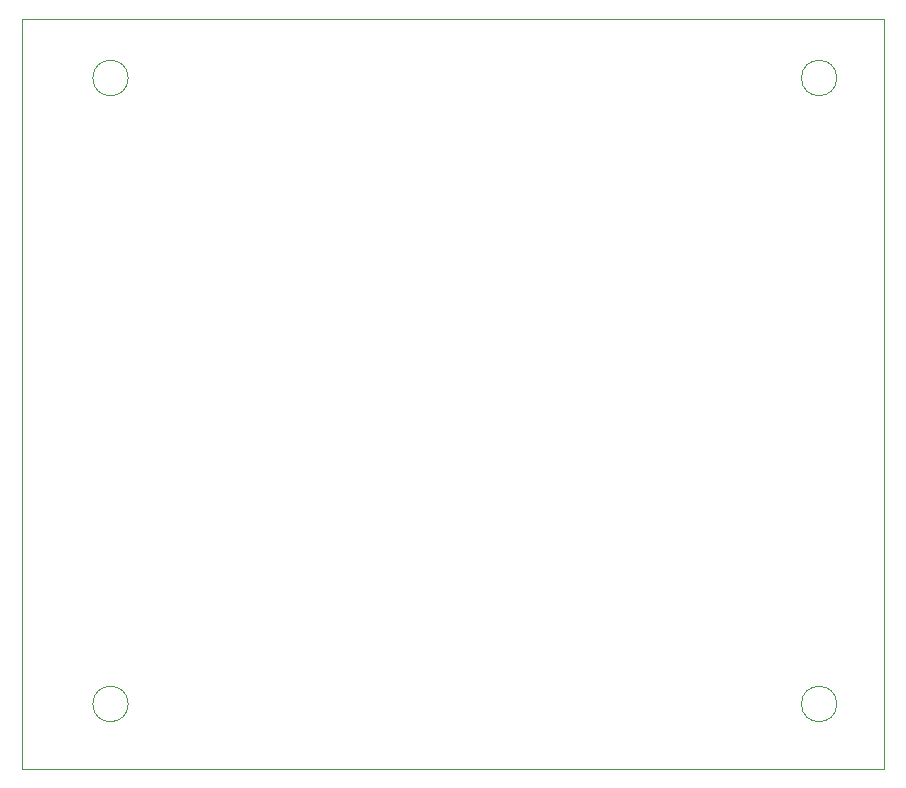
<source format=gbr>
%TF.GenerationSoftware,KiCad,Pcbnew,9.0.1*%
%TF.CreationDate,2025-05-17T15:04:07+00:00*%
%TF.ProjectId,Final_RPPSecondAttempt,46696e61-6c5f-4525-9050-5365636f6e64,rev?*%
%TF.SameCoordinates,Original*%
%TF.FileFunction,Profile,NP*%
%FSLAX46Y46*%
G04 Gerber Fmt 4.6, Leading zero omitted, Abs format (unit mm)*
G04 Created by KiCad (PCBNEW 9.0.1) date 2025-05-17 15:04:07*
%MOMM*%
%LPD*%
G01*
G04 APERTURE LIST*
%TA.AperFunction,Profile*%
%ADD10C,0.050000*%
%TD*%
G04 APERTURE END LIST*
D10*
X166500000Y-55000000D02*
G75*
G02*
X163500000Y-55000000I-1500000J0D01*
G01*
X163500000Y-55000000D02*
G75*
G02*
X166500000Y-55000000I1500000J0D01*
G01*
X106500000Y-108000000D02*
G75*
G02*
X103500000Y-108000000I-1500000J0D01*
G01*
X103500000Y-108000000D02*
G75*
G02*
X106500000Y-108000000I1500000J0D01*
G01*
X106500000Y-55000000D02*
G75*
G02*
X103500000Y-55000000I-1500000J0D01*
G01*
X103500000Y-55000000D02*
G75*
G02*
X106500000Y-55000000I1500000J0D01*
G01*
X97500000Y-50000000D02*
X170500000Y-50000000D01*
X170500000Y-113500000D01*
X97500000Y-113500000D01*
X97500000Y-50000000D01*
X166500000Y-108000000D02*
G75*
G02*
X163500000Y-108000000I-1500000J0D01*
G01*
X163500000Y-108000000D02*
G75*
G02*
X166500000Y-108000000I1500000J0D01*
G01*
M02*

</source>
